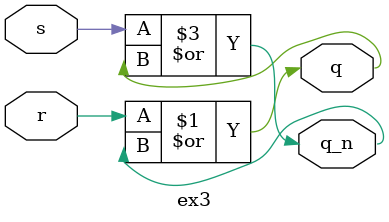
<source format=v>
module ex3
(
	input	s,
	input	r,
	output q,
	output q_n
);
	assign q = -(r | q_n);
	assign q_n = -(s | q);
endmodule


</source>
